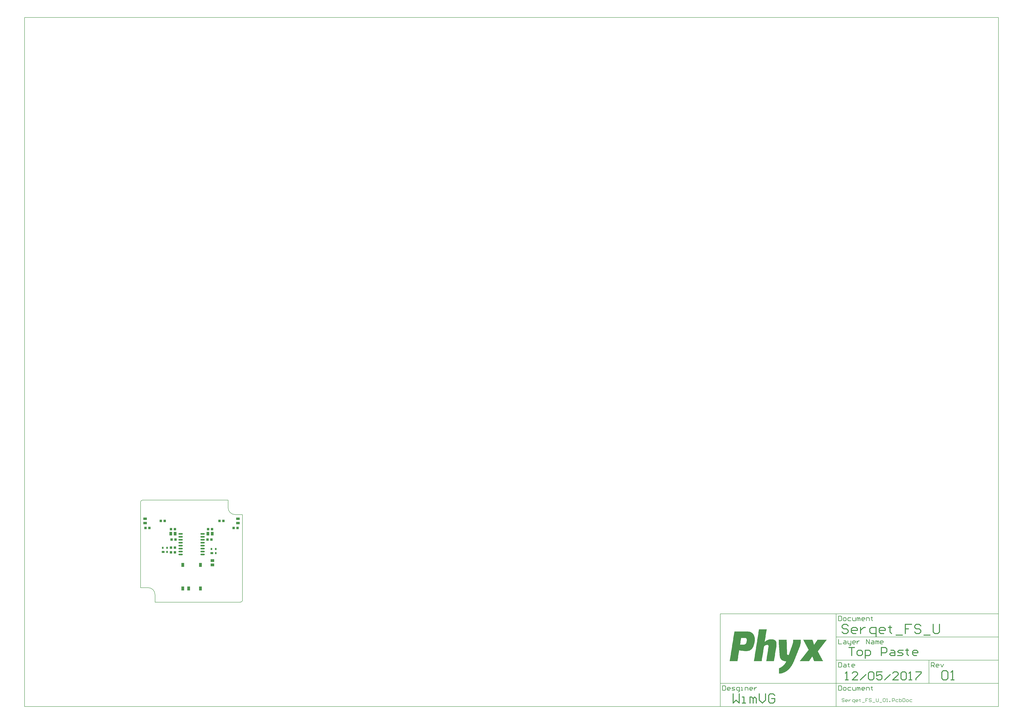
<source format=gtp>
G04 Layer_Color=8421504*
%FSLAX25Y25*%
%MOIN*%
G70*
G01*
G75*
%ADD10C,0.00787*%
%ADD13O,0.07480X0.02362*%
%ADD14R,0.05905X0.03937*%
%ADD15R,0.04331X0.03937*%
%ADD16R,0.05118X0.05905*%
%ADD17R,0.03150X0.03543*%
%ADD18R,0.04724X0.03543*%
%ADD19R,0.04724X0.07087*%
%ADD20R,0.05905X0.05118*%
%ADD21C,0.01575*%
%ADD22C,0.00591*%
%ADD23C,0.00984*%
G36*
X1034465Y-150646D02*
Y-150933D01*
Y-151219D01*
Y-151505D01*
Y-151791D01*
Y-152078D01*
Y-152364D01*
Y-152650D01*
Y-152937D01*
Y-153223D01*
Y-153509D01*
Y-153796D01*
Y-154082D01*
Y-154368D01*
Y-154655D01*
Y-154941D01*
Y-155227D01*
Y-155514D01*
Y-155800D01*
Y-156086D01*
Y-156372D01*
X1034179D01*
Y-156659D01*
Y-156945D01*
Y-157231D01*
Y-157518D01*
Y-157804D01*
X1033893D01*
Y-158090D01*
Y-158377D01*
Y-158663D01*
Y-158949D01*
X1033607D01*
Y-159236D01*
Y-159522D01*
Y-159808D01*
Y-160094D01*
X1033320D01*
Y-160381D01*
Y-160667D01*
Y-160953D01*
X1033034D01*
Y-161240D01*
Y-161526D01*
Y-161812D01*
X1032747D01*
Y-162099D01*
Y-162385D01*
Y-162671D01*
X1032461D01*
Y-162958D01*
Y-163244D01*
Y-163530D01*
X1032175D01*
Y-163816D01*
Y-164103D01*
X1031889D01*
Y-164389D01*
Y-164675D01*
X1031602D01*
Y-164962D01*
Y-165248D01*
Y-165534D01*
X1031316D01*
Y-165821D01*
Y-166107D01*
X1031030D01*
Y-166393D01*
Y-166680D01*
Y-166966D01*
X1030743D01*
Y-167252D01*
Y-167539D01*
X1030457D01*
Y-167825D01*
Y-168111D01*
Y-168398D01*
X1030171D01*
Y-168684D01*
Y-168970D01*
X1029884D01*
Y-169256D01*
Y-169543D01*
Y-169829D01*
X1029598D01*
Y-170115D01*
Y-170402D01*
X1029312D01*
Y-170688D01*
Y-170974D01*
Y-171261D01*
X1029025D01*
Y-171547D01*
Y-171833D01*
X1028739D01*
Y-172120D01*
Y-172406D01*
Y-172692D01*
X1028453D01*
Y-172978D01*
Y-173265D01*
X1028166D01*
Y-173551D01*
Y-173837D01*
Y-174124D01*
X1027880D01*
Y-174410D01*
Y-174696D01*
X1027594D01*
Y-174983D01*
Y-175269D01*
Y-175555D01*
X1027308D01*
Y-175842D01*
Y-176128D01*
X1027021D01*
Y-176414D01*
Y-176701D01*
Y-176987D01*
X1026735D01*
Y-177273D01*
Y-177560D01*
X1026449D01*
Y-177846D01*
Y-178132D01*
Y-178419D01*
X1026162D01*
Y-178705D01*
Y-178991D01*
X1025876D01*
Y-179277D01*
Y-179564D01*
Y-179850D01*
X1025590D01*
Y-180136D01*
Y-180423D01*
X1025303D01*
Y-180709D01*
Y-180995D01*
Y-181282D01*
X1025017D01*
Y-181568D01*
Y-181854D01*
X1024731D01*
Y-182141D01*
Y-182427D01*
Y-182713D01*
X1024444D01*
Y-183000D01*
Y-183286D01*
X1024158D01*
Y-183572D01*
Y-183858D01*
Y-184145D01*
X1023872D01*
Y-184431D01*
Y-184717D01*
X1023586D01*
Y-185004D01*
Y-185290D01*
Y-185576D01*
X1023299D01*
Y-185863D01*
Y-186149D01*
X1023013D01*
Y-186435D01*
Y-186722D01*
Y-187008D01*
X1022727D01*
Y-187294D01*
Y-187581D01*
X1022440D01*
Y-187867D01*
Y-188153D01*
X1022154D01*
Y-188439D01*
Y-188726D01*
X1021868D01*
Y-189012D01*
Y-189298D01*
Y-189585D01*
X1021581D01*
Y-189871D01*
X1021295D01*
Y-190157D01*
Y-190444D01*
Y-190730D01*
X1021009D01*
Y-191016D01*
X1020722D01*
Y-191303D01*
Y-191589D01*
X1020436D01*
Y-191875D01*
Y-192162D01*
X1020150D01*
Y-192448D01*
Y-192734D01*
X1019864D01*
Y-193020D01*
Y-193307D01*
X1019577D01*
Y-193593D01*
X1019291D01*
Y-193879D01*
Y-194166D01*
X1019005D01*
Y-194452D01*
Y-194738D01*
X1018718D01*
Y-195025D01*
X1018432D01*
Y-195311D01*
X1018146D01*
Y-195597D01*
Y-195884D01*
X1017859D01*
Y-196170D01*
X1017573D01*
Y-196456D01*
Y-196742D01*
X1017287D01*
Y-197029D01*
X1017000D01*
Y-197315D01*
X1016714D01*
Y-197601D01*
Y-197888D01*
X1016428D01*
Y-198174D01*
X1016141D01*
Y-198460D01*
X1015855D01*
Y-198747D01*
X1015569D01*
Y-199033D01*
X1015283D01*
Y-199319D01*
Y-199606D01*
X1014996D01*
Y-199892D01*
X1014710D01*
Y-200178D01*
X1014423D01*
Y-200465D01*
X1014137D01*
Y-200751D01*
X1013851D01*
Y-201037D01*
X1013565D01*
Y-201324D01*
X1013278D01*
Y-201610D01*
X1012706D01*
Y-201896D01*
X1012419D01*
Y-202183D01*
X1012133D01*
Y-202469D01*
X1011847D01*
Y-202755D01*
X1011560D01*
Y-203041D01*
X1010988D01*
Y-203328D01*
X1010701D01*
Y-203614D01*
X1010129D01*
Y-203900D01*
X1009842D01*
Y-204187D01*
X1009270D01*
Y-204473D01*
X1008984D01*
Y-204759D01*
X1008411D01*
Y-205046D01*
X1007838D01*
Y-205332D01*
X1007266D01*
Y-205618D01*
X1006693D01*
Y-205905D01*
X1006120D01*
Y-206191D01*
X1005262D01*
Y-206477D01*
X1004689D01*
Y-206764D01*
X1003830D01*
Y-207050D01*
X1002685D01*
Y-207336D01*
X1001539D01*
Y-207622D01*
X999822D01*
Y-207909D01*
X997817D01*
Y-208195D01*
X997531D01*
Y-207909D01*
Y-207622D01*
Y-207336D01*
Y-207050D01*
Y-206764D01*
Y-206477D01*
Y-206191D01*
Y-205905D01*
Y-205618D01*
Y-205332D01*
Y-205046D01*
Y-204759D01*
Y-204473D01*
Y-204187D01*
Y-203900D01*
Y-203614D01*
Y-203328D01*
Y-203041D01*
Y-202755D01*
Y-202469D01*
Y-202183D01*
Y-201896D01*
Y-201610D01*
Y-201324D01*
Y-201037D01*
Y-200751D01*
Y-200465D01*
Y-200178D01*
Y-199892D01*
Y-199606D01*
Y-199319D01*
Y-199033D01*
Y-198747D01*
X998104D01*
Y-198460D01*
X998676D01*
Y-198174D01*
X999249D01*
Y-197888D01*
X999822D01*
Y-197601D01*
X1000394D01*
Y-197315D01*
X1000967D01*
Y-197029D01*
X1001253D01*
Y-196742D01*
X1001826D01*
Y-196456D01*
X1002112D01*
Y-196170D01*
X1002685D01*
Y-195884D01*
X1002971D01*
Y-195597D01*
X1003257D01*
Y-195311D01*
X1003830D01*
Y-195025D01*
X1004116D01*
Y-194738D01*
X1004403D01*
Y-194452D01*
X1004689D01*
Y-194166D01*
X1004975D01*
Y-193879D01*
X1005262D01*
Y-193593D01*
X1005548D01*
Y-193307D01*
X1005834D01*
Y-193020D01*
X1006120D01*
Y-192734D01*
X1006407D01*
Y-192448D01*
X1006693D01*
Y-192162D01*
X1006979D01*
Y-191875D01*
Y-191589D01*
X1007266D01*
Y-191303D01*
X1007552D01*
Y-191016D01*
X1007838D01*
Y-190730D01*
Y-190444D01*
X1008125D01*
Y-190157D01*
X1008411D01*
Y-189871D01*
Y-189585D01*
X1008697D01*
Y-189298D01*
Y-189012D01*
X1008984D01*
Y-188726D01*
X1009270D01*
Y-188439D01*
Y-188153D01*
X1009556D01*
Y-187867D01*
Y-187581D01*
X1009842D01*
Y-187294D01*
Y-187008D01*
X1008125D01*
Y-186722D01*
X1006120D01*
Y-186435D01*
X1004975D01*
Y-186149D01*
X1004403D01*
Y-185863D01*
X1003544D01*
Y-185576D01*
X1002971D01*
Y-185290D01*
X1002685D01*
Y-185004D01*
X1002112D01*
Y-184717D01*
X1001826D01*
Y-184431D01*
X1001539D01*
Y-184145D01*
X1001253D01*
Y-183858D01*
X1000967D01*
Y-183572D01*
X1000681D01*
Y-183286D01*
Y-183000D01*
X1000394D01*
Y-182713D01*
X1000108D01*
Y-182427D01*
Y-182141D01*
X999822D01*
Y-181854D01*
Y-181568D01*
X999535D01*
Y-181282D01*
Y-180995D01*
X999249D01*
Y-180709D01*
Y-180423D01*
Y-180136D01*
X998963D01*
Y-179850D01*
Y-179564D01*
Y-179277D01*
Y-178991D01*
X998676D01*
Y-178705D01*
Y-178419D01*
Y-178132D01*
Y-177846D01*
Y-177560D01*
Y-177273D01*
Y-176987D01*
X998390D01*
Y-176701D01*
Y-176414D01*
Y-176128D01*
Y-175842D01*
Y-175555D01*
Y-175269D01*
Y-174983D01*
Y-174696D01*
Y-174410D01*
Y-174124D01*
Y-173837D01*
Y-173551D01*
Y-173265D01*
Y-172978D01*
Y-172692D01*
X998104D01*
Y-172406D01*
Y-172120D01*
Y-171833D01*
Y-171547D01*
Y-171261D01*
Y-170974D01*
Y-170688D01*
Y-170402D01*
Y-170115D01*
Y-169829D01*
Y-169543D01*
Y-169256D01*
Y-168970D01*
Y-168684D01*
Y-168398D01*
X997817D01*
Y-168111D01*
Y-167825D01*
Y-167539D01*
Y-167252D01*
Y-166966D01*
Y-166680D01*
Y-166393D01*
Y-166107D01*
Y-165821D01*
Y-165534D01*
Y-165248D01*
Y-164962D01*
Y-164675D01*
Y-164389D01*
Y-164103D01*
Y-163816D01*
X997531D01*
Y-163530D01*
Y-163244D01*
Y-162958D01*
Y-162671D01*
Y-162385D01*
Y-162099D01*
Y-161812D01*
Y-161526D01*
Y-161240D01*
Y-160953D01*
Y-160667D01*
Y-160381D01*
Y-160094D01*
Y-159808D01*
Y-159522D01*
Y-159236D01*
X997245D01*
Y-158949D01*
Y-158663D01*
Y-158377D01*
Y-158090D01*
Y-157804D01*
Y-157518D01*
Y-157231D01*
Y-156945D01*
Y-156659D01*
Y-156372D01*
Y-156086D01*
Y-155800D01*
Y-155514D01*
Y-155227D01*
X996958D01*
Y-154941D01*
Y-154655D01*
Y-154368D01*
Y-154082D01*
Y-153796D01*
Y-153509D01*
Y-153223D01*
Y-152937D01*
Y-152650D01*
Y-152364D01*
Y-152078D01*
Y-151791D01*
Y-151505D01*
Y-151219D01*
Y-150933D01*
Y-150646D01*
X996672D01*
Y-150360D01*
X1010415D01*
Y-150646D01*
Y-150933D01*
Y-151219D01*
Y-151505D01*
Y-151791D01*
Y-152078D01*
Y-152364D01*
Y-152650D01*
Y-152937D01*
Y-153223D01*
Y-153509D01*
Y-153796D01*
Y-154082D01*
Y-154368D01*
X1010701D01*
Y-154655D01*
Y-154941D01*
Y-155227D01*
Y-155514D01*
Y-155800D01*
Y-156086D01*
Y-156372D01*
Y-156659D01*
Y-156945D01*
Y-157231D01*
Y-157518D01*
Y-157804D01*
Y-158090D01*
Y-158377D01*
Y-158663D01*
Y-158949D01*
Y-159236D01*
Y-159522D01*
Y-159808D01*
Y-160094D01*
Y-160381D01*
Y-160667D01*
Y-160953D01*
Y-161240D01*
Y-161526D01*
Y-161812D01*
Y-162099D01*
Y-162385D01*
Y-162671D01*
Y-162958D01*
Y-163244D01*
Y-163530D01*
Y-163816D01*
Y-164103D01*
Y-164389D01*
Y-164675D01*
Y-164962D01*
Y-165248D01*
Y-165534D01*
Y-165821D01*
Y-166107D01*
X1010988D01*
Y-166393D01*
X1010701D01*
Y-166680D01*
Y-166966D01*
X1010988D01*
Y-167252D01*
Y-167539D01*
Y-167825D01*
Y-168111D01*
Y-168398D01*
Y-168684D01*
Y-168970D01*
Y-169256D01*
Y-169543D01*
Y-169829D01*
Y-170115D01*
Y-170402D01*
Y-170688D01*
Y-170974D01*
Y-171261D01*
Y-171547D01*
Y-171833D01*
Y-172120D01*
Y-172406D01*
Y-172692D01*
Y-172978D01*
Y-173265D01*
Y-173551D01*
Y-173837D01*
Y-174124D01*
Y-174410D01*
X1011274D01*
Y-174696D01*
Y-174983D01*
Y-175269D01*
X1011560D01*
Y-175555D01*
X1011847D01*
Y-175842D01*
X1012133D01*
Y-176128D01*
X1012992D01*
Y-176414D01*
X1013851D01*
Y-176128D01*
X1014137D01*
Y-175842D01*
Y-175555D01*
Y-175269D01*
X1014423D01*
Y-174983D01*
Y-174696D01*
X1014710D01*
Y-174410D01*
Y-174124D01*
Y-173837D01*
X1014996D01*
Y-173551D01*
Y-173265D01*
Y-172978D01*
X1015283D01*
Y-172692D01*
Y-172406D01*
Y-172120D01*
X1015569D01*
Y-171833D01*
Y-171547D01*
Y-171261D01*
X1015855D01*
Y-170974D01*
Y-170688D01*
X1016141D01*
Y-170402D01*
Y-170115D01*
Y-169829D01*
X1016428D01*
Y-169543D01*
Y-169256D01*
Y-168970D01*
X1016714D01*
Y-168684D01*
Y-168398D01*
Y-168111D01*
X1017000D01*
Y-167825D01*
Y-167539D01*
X1017287D01*
Y-167252D01*
Y-166966D01*
Y-166680D01*
X1017573D01*
Y-166393D01*
Y-166107D01*
Y-165821D01*
X1017859D01*
Y-165534D01*
Y-165248D01*
Y-164962D01*
X1018146D01*
Y-164675D01*
Y-164389D01*
X1018432D01*
Y-164103D01*
Y-163816D01*
Y-163530D01*
X1018718D01*
Y-163244D01*
Y-162958D01*
Y-162671D01*
X1019005D01*
Y-162385D01*
Y-162099D01*
Y-161812D01*
X1019291D01*
Y-161526D01*
Y-161240D01*
X1019577D01*
Y-160953D01*
Y-160667D01*
Y-160381D01*
X1019864D01*
Y-160094D01*
Y-159808D01*
Y-159522D01*
X1020150D01*
Y-159236D01*
Y-158949D01*
Y-158663D01*
X1020436D01*
Y-158377D01*
Y-158090D01*
Y-157804D01*
Y-157518D01*
X1020722D01*
Y-157231D01*
Y-156945D01*
Y-156659D01*
Y-156372D01*
X1021009D01*
Y-156086D01*
Y-155800D01*
Y-155514D01*
Y-155227D01*
Y-154941D01*
X1021295D01*
Y-154655D01*
Y-154368D01*
Y-154082D01*
Y-153796D01*
Y-153509D01*
Y-153223D01*
X1021581D01*
Y-152937D01*
Y-152650D01*
Y-152364D01*
Y-152078D01*
Y-151791D01*
Y-151505D01*
Y-151219D01*
Y-150933D01*
Y-150646D01*
Y-150360D01*
X1034465D01*
Y-150646D01*
D02*
G37*
G36*
X976630Y-133181D02*
Y-133467D01*
X976344D01*
Y-133754D01*
Y-134040D01*
Y-134326D01*
Y-134613D01*
Y-134899D01*
Y-135185D01*
X976058D01*
Y-135472D01*
Y-135758D01*
Y-136044D01*
Y-136330D01*
Y-136617D01*
Y-136903D01*
X975771D01*
Y-137189D01*
Y-137476D01*
Y-137762D01*
Y-138048D01*
Y-138335D01*
Y-138621D01*
Y-138907D01*
X975485D01*
Y-139194D01*
Y-139480D01*
Y-139766D01*
Y-140053D01*
Y-140339D01*
Y-140625D01*
X975199D01*
Y-140911D01*
Y-141198D01*
Y-141484D01*
Y-141771D01*
Y-142057D01*
Y-142343D01*
X974912D01*
Y-142629D01*
Y-142916D01*
Y-143202D01*
Y-143488D01*
Y-143775D01*
Y-144061D01*
Y-144347D01*
X974626D01*
Y-144634D01*
Y-144920D01*
Y-145206D01*
Y-145492D01*
Y-145779D01*
Y-146065D01*
X974340D01*
Y-146352D01*
Y-146638D01*
Y-146924D01*
Y-147210D01*
Y-147497D01*
Y-147783D01*
X974053D01*
Y-148069D01*
Y-148356D01*
Y-148642D01*
Y-148928D01*
Y-149215D01*
Y-149501D01*
X973767D01*
Y-149787D01*
Y-150074D01*
Y-150360D01*
Y-150646D01*
Y-150933D01*
Y-151219D01*
Y-151505D01*
X973481D01*
Y-151791D01*
Y-152078D01*
Y-152364D01*
Y-152650D01*
Y-152937D01*
Y-153223D01*
X973195D01*
Y-153509D01*
Y-153796D01*
X973767D01*
Y-153509D01*
X974053D01*
Y-153223D01*
X974340D01*
Y-152937D01*
X974912D01*
Y-152650D01*
X975199D01*
Y-152364D01*
X975485D01*
Y-152078D01*
X976058D01*
Y-151791D01*
X976630D01*
Y-151505D01*
X976917D01*
Y-151219D01*
X977489D01*
Y-150933D01*
X978348D01*
Y-150646D01*
X978921D01*
Y-150360D01*
X979780D01*
Y-150074D01*
X981211D01*
Y-149787D01*
X987510D01*
Y-150074D01*
X988655D01*
Y-150360D01*
X989514D01*
Y-150646D01*
X990087D01*
Y-150933D01*
X990373D01*
Y-151219D01*
X990946D01*
Y-151505D01*
X991232D01*
Y-151791D01*
X991518D01*
Y-152078D01*
X991805D01*
Y-152364D01*
X992091D01*
Y-152650D01*
Y-152937D01*
X992377D01*
Y-153223D01*
Y-153509D01*
X992664D01*
Y-153796D01*
Y-154082D01*
Y-154368D01*
X992950D01*
Y-154655D01*
Y-154941D01*
Y-155227D01*
Y-155514D01*
X993236D01*
Y-155800D01*
Y-156086D01*
Y-156372D01*
Y-156659D01*
Y-156945D01*
Y-157231D01*
Y-157518D01*
Y-157804D01*
Y-158090D01*
Y-158377D01*
Y-158663D01*
Y-158949D01*
Y-159236D01*
Y-159522D01*
Y-159808D01*
Y-160094D01*
Y-160381D01*
Y-160667D01*
X992950D01*
Y-160953D01*
Y-161240D01*
Y-161526D01*
Y-161812D01*
Y-162099D01*
Y-162385D01*
Y-162671D01*
X992664D01*
Y-162958D01*
Y-163244D01*
Y-163530D01*
Y-163816D01*
Y-164103D01*
Y-164389D01*
Y-164675D01*
X992377D01*
Y-164962D01*
Y-165248D01*
Y-165534D01*
Y-165821D01*
Y-166107D01*
Y-166393D01*
X992091D01*
Y-166680D01*
Y-166966D01*
Y-167252D01*
Y-167539D01*
Y-167825D01*
Y-168111D01*
X991805D01*
Y-168398D01*
Y-168684D01*
Y-168970D01*
Y-169256D01*
Y-169543D01*
Y-169829D01*
X991518D01*
Y-170115D01*
Y-170402D01*
Y-170688D01*
Y-170974D01*
Y-171261D01*
Y-171547D01*
Y-171833D01*
X991232D01*
Y-172120D01*
Y-172406D01*
Y-172692D01*
Y-172978D01*
Y-173265D01*
Y-173551D01*
X990946D01*
Y-173837D01*
Y-174124D01*
Y-174410D01*
Y-174696D01*
Y-174983D01*
Y-175269D01*
X990660D01*
Y-175555D01*
Y-175842D01*
Y-176128D01*
Y-176414D01*
Y-176701D01*
Y-176987D01*
Y-177273D01*
X990373D01*
Y-177560D01*
Y-177846D01*
Y-178132D01*
Y-178419D01*
Y-178705D01*
Y-178991D01*
X990087D01*
Y-179277D01*
Y-179564D01*
Y-179850D01*
Y-180136D01*
Y-180423D01*
Y-180709D01*
X989801D01*
Y-180995D01*
Y-181282D01*
Y-181568D01*
Y-181854D01*
Y-182141D01*
Y-182427D01*
X989514D01*
Y-182713D01*
Y-183000D01*
Y-183286D01*
Y-183572D01*
Y-183858D01*
Y-184145D01*
Y-184431D01*
X989228D01*
Y-184717D01*
Y-185004D01*
Y-185290D01*
Y-185576D01*
Y-185863D01*
Y-186149D01*
X988942D01*
Y-186435D01*
Y-186722D01*
X975771D01*
Y-186435D01*
Y-186149D01*
X976058D01*
Y-185863D01*
Y-185576D01*
Y-185290D01*
Y-185004D01*
Y-184717D01*
Y-184431D01*
X976344D01*
Y-184145D01*
Y-183858D01*
Y-183572D01*
Y-183286D01*
Y-183000D01*
Y-182713D01*
Y-182427D01*
X976630D01*
Y-182141D01*
Y-181854D01*
Y-181568D01*
Y-181282D01*
Y-180995D01*
Y-180709D01*
X976917D01*
Y-180423D01*
Y-180136D01*
Y-179850D01*
Y-179564D01*
Y-179277D01*
Y-178991D01*
X977203D01*
Y-178705D01*
Y-178419D01*
Y-178132D01*
Y-177846D01*
Y-177560D01*
Y-177273D01*
Y-176987D01*
X977489D01*
Y-176701D01*
Y-176414D01*
Y-176128D01*
Y-175842D01*
Y-175555D01*
Y-175269D01*
X977775D01*
Y-174983D01*
Y-174696D01*
Y-174410D01*
Y-174124D01*
Y-173837D01*
Y-173551D01*
Y-173265D01*
X978062D01*
Y-172978D01*
Y-172692D01*
Y-172406D01*
Y-172120D01*
Y-171833D01*
Y-171547D01*
X978348D01*
Y-171261D01*
Y-170974D01*
Y-170688D01*
Y-170402D01*
Y-170115D01*
Y-169829D01*
X978634D01*
Y-169543D01*
Y-169256D01*
Y-168970D01*
Y-168684D01*
Y-168398D01*
Y-168111D01*
X978921D01*
Y-167825D01*
Y-167539D01*
Y-167252D01*
Y-166966D01*
Y-166680D01*
Y-166393D01*
Y-166107D01*
X979207D01*
Y-165821D01*
Y-165534D01*
Y-165248D01*
Y-164962D01*
Y-164675D01*
Y-164389D01*
X979493D01*
Y-164103D01*
Y-163816D01*
Y-163530D01*
Y-163244D01*
Y-162958D01*
Y-162671D01*
Y-162385D01*
X979780D01*
Y-162099D01*
Y-161812D01*
Y-161526D01*
Y-161240D01*
Y-160953D01*
Y-160667D01*
X979493D01*
Y-160381D01*
Y-160094D01*
X979207D01*
Y-159808D01*
X978921D01*
Y-159522D01*
X978348D01*
Y-159236D01*
X976630D01*
Y-159522D01*
X975199D01*
Y-159808D01*
X974340D01*
Y-160094D01*
X973767D01*
Y-160381D01*
X973481D01*
Y-160667D01*
X972908D01*
Y-160953D01*
X972622D01*
Y-161240D01*
X972336D01*
Y-161526D01*
Y-161812D01*
X972049D01*
Y-162099D01*
Y-162385D01*
Y-162671D01*
X971763D01*
Y-162958D01*
Y-163244D01*
Y-163530D01*
Y-163816D01*
Y-164103D01*
Y-164389D01*
X971477D01*
Y-164675D01*
Y-164962D01*
Y-165248D01*
Y-165534D01*
Y-165821D01*
Y-166107D01*
Y-166393D01*
X971190D01*
Y-166680D01*
Y-166966D01*
Y-167252D01*
Y-167539D01*
Y-167825D01*
Y-168111D01*
X970904D01*
Y-168398D01*
Y-168684D01*
Y-168970D01*
Y-169256D01*
Y-169543D01*
Y-169829D01*
X970618D01*
Y-170115D01*
Y-170402D01*
Y-170688D01*
Y-170974D01*
Y-171261D01*
Y-171547D01*
X970331D01*
Y-171833D01*
Y-172120D01*
Y-172406D01*
Y-172692D01*
Y-172978D01*
Y-173265D01*
Y-173551D01*
X970045D01*
Y-173837D01*
Y-174124D01*
Y-174410D01*
Y-174696D01*
Y-174983D01*
Y-175269D01*
X969759D01*
Y-175555D01*
Y-175842D01*
Y-176128D01*
Y-176414D01*
Y-176701D01*
Y-176987D01*
X969472D01*
Y-177273D01*
Y-177560D01*
Y-177846D01*
Y-178132D01*
Y-178419D01*
Y-178705D01*
Y-178991D01*
X969186D01*
Y-179277D01*
Y-179564D01*
Y-179850D01*
Y-180136D01*
Y-180423D01*
Y-180709D01*
X968900D01*
Y-180995D01*
Y-181282D01*
Y-181568D01*
Y-181854D01*
Y-182141D01*
Y-182427D01*
X968614D01*
Y-182713D01*
Y-183000D01*
Y-183286D01*
Y-183572D01*
Y-183858D01*
Y-184145D01*
X968327D01*
Y-184431D01*
Y-184717D01*
Y-185004D01*
Y-185290D01*
Y-185576D01*
Y-185863D01*
Y-186149D01*
X968041D01*
Y-186435D01*
Y-186722D01*
X954870D01*
Y-186435D01*
Y-186149D01*
X955157D01*
Y-185863D01*
Y-185576D01*
Y-185290D01*
Y-185004D01*
Y-184717D01*
Y-184431D01*
Y-184145D01*
X955443D01*
Y-183858D01*
Y-183572D01*
Y-183286D01*
Y-183000D01*
Y-182713D01*
Y-182427D01*
X955729D01*
Y-182141D01*
Y-181854D01*
Y-181568D01*
Y-181282D01*
Y-180995D01*
Y-180709D01*
X956016D01*
Y-180423D01*
Y-180136D01*
Y-179850D01*
Y-179564D01*
Y-179277D01*
Y-178991D01*
Y-178705D01*
X956302D01*
Y-178419D01*
Y-178132D01*
Y-177846D01*
Y-177560D01*
Y-177273D01*
Y-176987D01*
X956588D01*
Y-176701D01*
Y-176414D01*
Y-176128D01*
Y-175842D01*
Y-175555D01*
Y-175269D01*
X956875D01*
Y-174983D01*
Y-174696D01*
Y-174410D01*
Y-174124D01*
Y-173837D01*
Y-173551D01*
X957161D01*
Y-173265D01*
Y-172978D01*
Y-172692D01*
Y-172406D01*
Y-172120D01*
Y-171833D01*
Y-171547D01*
X957447D01*
Y-171261D01*
Y-170974D01*
Y-170688D01*
Y-170402D01*
Y-170115D01*
Y-169829D01*
X957734D01*
Y-169543D01*
Y-169256D01*
Y-168970D01*
Y-168684D01*
Y-168398D01*
Y-168111D01*
X958020D01*
Y-167825D01*
Y-167539D01*
Y-167252D01*
Y-166966D01*
Y-166680D01*
Y-166393D01*
Y-166107D01*
X958306D01*
Y-165821D01*
Y-165534D01*
Y-165248D01*
Y-164962D01*
Y-164675D01*
Y-164389D01*
X958593D01*
Y-164103D01*
Y-163816D01*
Y-163530D01*
Y-163244D01*
Y-162958D01*
Y-162671D01*
X958879D01*
Y-162385D01*
Y-162099D01*
Y-161812D01*
Y-161526D01*
Y-161240D01*
Y-160953D01*
X959165D01*
Y-160667D01*
Y-160381D01*
Y-160094D01*
Y-159808D01*
Y-159522D01*
Y-159236D01*
Y-158949D01*
X959451D01*
Y-158663D01*
Y-158377D01*
Y-158090D01*
Y-157804D01*
Y-157518D01*
Y-157231D01*
X959738D01*
Y-156945D01*
Y-156659D01*
Y-156372D01*
Y-156086D01*
Y-155800D01*
Y-155514D01*
X960024D01*
Y-155227D01*
Y-154941D01*
Y-154655D01*
Y-154368D01*
Y-154082D01*
Y-153796D01*
X960310D01*
Y-153509D01*
Y-153223D01*
Y-152937D01*
Y-152650D01*
Y-152364D01*
Y-152078D01*
Y-151791D01*
X960597D01*
Y-151505D01*
Y-151219D01*
Y-150933D01*
Y-150646D01*
Y-150360D01*
Y-150074D01*
X960883D01*
Y-149787D01*
Y-149501D01*
Y-149215D01*
Y-148928D01*
Y-148642D01*
Y-148356D01*
X961169D01*
Y-148069D01*
Y-147783D01*
Y-147497D01*
Y-147210D01*
Y-146924D01*
Y-146638D01*
Y-146352D01*
X961456D01*
Y-146065D01*
Y-145779D01*
Y-145492D01*
Y-145206D01*
Y-144920D01*
Y-144634D01*
X961742D01*
Y-144347D01*
Y-144061D01*
Y-143775D01*
Y-143488D01*
Y-143202D01*
Y-142916D01*
X962028D01*
Y-142629D01*
Y-142343D01*
Y-142057D01*
Y-141771D01*
Y-141484D01*
Y-141198D01*
X962315D01*
Y-140911D01*
Y-140625D01*
Y-140339D01*
Y-140053D01*
Y-139766D01*
Y-139480D01*
Y-139194D01*
X962601D01*
Y-138907D01*
Y-138621D01*
Y-138335D01*
Y-138048D01*
Y-137762D01*
Y-137476D01*
X962887D01*
Y-137189D01*
Y-136903D01*
Y-136617D01*
Y-136330D01*
Y-136044D01*
Y-135758D01*
X963173D01*
Y-135472D01*
Y-135185D01*
Y-134899D01*
Y-134613D01*
Y-134326D01*
Y-134040D01*
Y-133754D01*
X963460D01*
Y-133467D01*
Y-133181D01*
Y-132895D01*
X976630D01*
Y-133181D01*
D02*
G37*
G36*
X945422Y-136617D02*
X947140D01*
Y-136903D01*
X947999D01*
Y-137189D01*
X948858D01*
Y-137476D01*
X949717D01*
Y-137762D01*
X950289D01*
Y-138048D01*
X950576D01*
Y-138335D01*
X951148D01*
Y-138621D01*
X951435D01*
Y-138907D01*
X952007D01*
Y-139194D01*
X952294D01*
Y-139480D01*
X952580D01*
Y-139766D01*
X952866D01*
Y-140053D01*
X953153D01*
Y-140339D01*
X953439D01*
Y-140625D01*
X953725D01*
Y-140911D01*
Y-141198D01*
X954012D01*
Y-141484D01*
X954298D01*
Y-141771D01*
Y-142057D01*
X954584D01*
Y-142343D01*
X954870D01*
Y-142629D01*
Y-142916D01*
X955157D01*
Y-143202D01*
Y-143488D01*
Y-143775D01*
X955443D01*
Y-144061D01*
Y-144347D01*
Y-144634D01*
X955729D01*
Y-144920D01*
Y-145206D01*
Y-145492D01*
Y-145779D01*
X956016D01*
Y-146065D01*
Y-146352D01*
Y-146638D01*
Y-146924D01*
Y-147210D01*
X956302D01*
Y-147497D01*
Y-147783D01*
Y-148069D01*
Y-148356D01*
Y-148642D01*
Y-148928D01*
Y-149215D01*
Y-149501D01*
Y-149787D01*
Y-150074D01*
Y-150360D01*
Y-150646D01*
Y-150933D01*
Y-151219D01*
Y-151505D01*
Y-151791D01*
Y-152078D01*
Y-152364D01*
Y-152650D01*
Y-152937D01*
X956016D01*
Y-153223D01*
Y-153509D01*
Y-153796D01*
Y-154082D01*
Y-154368D01*
Y-154655D01*
Y-154941D01*
X955729D01*
Y-155227D01*
Y-155514D01*
Y-155800D01*
Y-156086D01*
Y-156372D01*
X955443D01*
Y-156659D01*
Y-156945D01*
Y-157231D01*
Y-157518D01*
Y-157804D01*
X955157D01*
Y-158090D01*
Y-158377D01*
Y-158663D01*
X954870D01*
Y-158949D01*
Y-159236D01*
Y-159522D01*
Y-159808D01*
X954584D01*
Y-160094D01*
Y-160381D01*
Y-160667D01*
X954298D01*
Y-160953D01*
Y-161240D01*
X954012D01*
Y-161526D01*
Y-161812D01*
Y-162099D01*
X953725D01*
Y-162385D01*
Y-162671D01*
X953439D01*
Y-162958D01*
Y-163244D01*
X953153D01*
Y-163530D01*
Y-163816D01*
X952866D01*
Y-164103D01*
X952580D01*
Y-164389D01*
Y-164675D01*
X952294D01*
Y-164962D01*
X952007D01*
Y-165248D01*
X951721D01*
Y-165534D01*
Y-165821D01*
X951435D01*
Y-166107D01*
X951148D01*
Y-166393D01*
X950862D01*
Y-166680D01*
X950576D01*
Y-166966D01*
X950289D01*
Y-167252D01*
X949717D01*
Y-167539D01*
X949430D01*
Y-167825D01*
X948858D01*
Y-168111D01*
X948572D01*
Y-168398D01*
X947999D01*
Y-168684D01*
X947140D01*
Y-168970D01*
X946281D01*
Y-169256D01*
X945422D01*
Y-169543D01*
X943704D01*
Y-169829D01*
X938551D01*
Y-169543D01*
X935974D01*
Y-169256D01*
X933970D01*
Y-168970D01*
X932538D01*
Y-168684D01*
X931106D01*
Y-168398D01*
X929675D01*
Y-168684D01*
Y-168970D01*
Y-169256D01*
Y-169543D01*
Y-169829D01*
Y-170115D01*
Y-170402D01*
X929389D01*
Y-170688D01*
Y-170974D01*
Y-171261D01*
Y-171547D01*
Y-171833D01*
Y-172120D01*
X929102D01*
Y-172406D01*
Y-172692D01*
Y-172978D01*
Y-173265D01*
Y-173551D01*
Y-173837D01*
X928816D01*
Y-174124D01*
Y-174410D01*
Y-174696D01*
Y-174983D01*
Y-175269D01*
Y-175555D01*
Y-175842D01*
X928530D01*
Y-176128D01*
Y-176414D01*
Y-176701D01*
Y-176987D01*
Y-177273D01*
Y-177560D01*
X928243D01*
Y-177846D01*
Y-178132D01*
Y-178419D01*
Y-178705D01*
Y-178991D01*
Y-179277D01*
X927957D01*
Y-179564D01*
Y-179850D01*
Y-180136D01*
Y-180423D01*
Y-180709D01*
Y-180995D01*
Y-181282D01*
X927671D01*
Y-181568D01*
Y-181854D01*
Y-182141D01*
Y-182427D01*
Y-182713D01*
Y-183000D01*
X927384D01*
Y-183286D01*
Y-183572D01*
Y-183858D01*
Y-184145D01*
Y-184431D01*
Y-184717D01*
X927098D01*
Y-185004D01*
Y-185290D01*
Y-185576D01*
Y-185863D01*
Y-186149D01*
Y-186435D01*
Y-186722D01*
X913641D01*
Y-186435D01*
X913928D01*
Y-186149D01*
Y-185863D01*
Y-185576D01*
Y-185290D01*
Y-185004D01*
X914214D01*
Y-184717D01*
Y-184431D01*
Y-184145D01*
Y-183858D01*
Y-183572D01*
Y-183286D01*
Y-183000D01*
X914500D01*
Y-182713D01*
Y-182427D01*
Y-182141D01*
Y-181854D01*
Y-181568D01*
Y-181282D01*
X914787D01*
Y-180995D01*
Y-180709D01*
Y-180423D01*
Y-180136D01*
Y-179850D01*
Y-179564D01*
X915073D01*
Y-179277D01*
Y-178991D01*
Y-178705D01*
Y-178419D01*
Y-178132D01*
Y-177846D01*
Y-177560D01*
X915359D01*
Y-177273D01*
Y-176987D01*
Y-176701D01*
Y-176414D01*
Y-176128D01*
Y-175842D01*
X915646D01*
Y-175555D01*
Y-175269D01*
Y-174983D01*
Y-174696D01*
Y-174410D01*
Y-174124D01*
X915932D01*
Y-173837D01*
Y-173551D01*
Y-173265D01*
Y-172978D01*
Y-172692D01*
Y-172406D01*
X916218D01*
Y-172120D01*
Y-171833D01*
Y-171547D01*
Y-171261D01*
Y-170974D01*
Y-170688D01*
Y-170402D01*
X916504D01*
Y-170115D01*
Y-169829D01*
Y-169543D01*
Y-169256D01*
Y-168970D01*
Y-168684D01*
X916791D01*
Y-168398D01*
Y-168111D01*
Y-167825D01*
Y-167539D01*
Y-167252D01*
Y-166966D01*
X917077D01*
Y-166680D01*
Y-166393D01*
Y-166107D01*
Y-165821D01*
Y-165534D01*
Y-165248D01*
X917363D01*
Y-164962D01*
Y-164675D01*
Y-164389D01*
Y-164103D01*
Y-163816D01*
Y-163530D01*
Y-163244D01*
X917650D01*
Y-162958D01*
Y-162671D01*
Y-162385D01*
Y-162099D01*
Y-161812D01*
Y-161526D01*
X917936D01*
Y-161240D01*
Y-160953D01*
Y-160667D01*
Y-160381D01*
Y-160094D01*
Y-159808D01*
X918222D01*
Y-159522D01*
Y-159236D01*
Y-158949D01*
Y-158663D01*
Y-158377D01*
Y-158090D01*
Y-157804D01*
X918509D01*
Y-157518D01*
Y-157231D01*
Y-156945D01*
Y-156659D01*
Y-156372D01*
Y-156086D01*
X918795D01*
Y-155800D01*
Y-155514D01*
Y-155227D01*
Y-154941D01*
Y-154655D01*
Y-154368D01*
X919081D01*
Y-154082D01*
Y-153796D01*
Y-153509D01*
Y-153223D01*
Y-152937D01*
Y-152650D01*
X919368D01*
Y-152364D01*
Y-152078D01*
Y-151791D01*
Y-151505D01*
Y-151219D01*
Y-150933D01*
Y-150646D01*
X919654D01*
Y-150360D01*
Y-150074D01*
Y-149787D01*
Y-149501D01*
Y-149215D01*
Y-148928D01*
X919940D01*
Y-148642D01*
Y-148356D01*
Y-148069D01*
Y-147783D01*
Y-147497D01*
Y-147210D01*
X920227D01*
Y-146924D01*
Y-146638D01*
Y-146352D01*
Y-146065D01*
Y-145779D01*
Y-145492D01*
Y-145206D01*
X920513D01*
Y-144920D01*
Y-144634D01*
Y-144347D01*
Y-144061D01*
Y-143775D01*
Y-143488D01*
X920799D01*
Y-143202D01*
Y-142916D01*
Y-142629D01*
Y-142343D01*
Y-142057D01*
Y-141771D01*
X921085D01*
Y-141484D01*
Y-141198D01*
Y-140911D01*
Y-140625D01*
Y-140339D01*
Y-140053D01*
Y-139766D01*
X921372D01*
Y-139480D01*
Y-139194D01*
Y-138907D01*
Y-138621D01*
Y-138335D01*
Y-138048D01*
X921658D01*
Y-137762D01*
Y-137476D01*
Y-137189D01*
Y-136903D01*
Y-136617D01*
Y-136330D01*
X945422D01*
Y-136617D01*
D02*
G37*
G36*
X1078558Y-150646D02*
X1078271D01*
Y-150933D01*
X1077985D01*
Y-151219D01*
Y-151505D01*
X1077699D01*
Y-151791D01*
X1077412D01*
Y-152078D01*
X1077126D01*
Y-152364D01*
Y-152650D01*
X1076840D01*
Y-152937D01*
X1076553D01*
Y-153223D01*
X1076267D01*
Y-153509D01*
X1075981D01*
Y-153796D01*
Y-154082D01*
X1075694D01*
Y-154368D01*
X1075408D01*
Y-154655D01*
X1075122D01*
Y-154941D01*
Y-155227D01*
X1074835D01*
Y-155514D01*
X1074549D01*
Y-155800D01*
X1074263D01*
Y-156086D01*
X1073977D01*
Y-156372D01*
Y-156659D01*
X1073690D01*
Y-156945D01*
X1073404D01*
Y-157231D01*
X1073118D01*
Y-157518D01*
Y-157804D01*
X1072831D01*
Y-158090D01*
X1072545D01*
Y-158377D01*
X1072259D01*
Y-158663D01*
Y-158949D01*
X1071972D01*
Y-159236D01*
X1071686D01*
Y-159522D01*
X1071400D01*
Y-159808D01*
X1071113D01*
Y-160094D01*
Y-160381D01*
X1070827D01*
Y-160667D01*
X1070541D01*
Y-160953D01*
X1070255D01*
Y-161240D01*
Y-161526D01*
X1069968D01*
Y-161812D01*
X1069682D01*
Y-162099D01*
X1069396D01*
Y-162385D01*
Y-162671D01*
X1069109D01*
Y-162958D01*
X1068823D01*
Y-163244D01*
X1068537D01*
Y-163530D01*
X1068250D01*
Y-163816D01*
Y-164103D01*
X1067964D01*
Y-164389D01*
X1067678D01*
Y-164675D01*
X1067391D01*
Y-164962D01*
Y-165248D01*
X1067105D01*
Y-165534D01*
X1066819D01*
Y-165821D01*
X1066533D01*
Y-166107D01*
Y-166393D01*
X1066246D01*
Y-166680D01*
X1065960D01*
Y-166966D01*
X1065674D01*
Y-167252D01*
X1065387D01*
Y-167539D01*
Y-167825D01*
X1065101D01*
Y-168111D01*
X1064815D01*
Y-168398D01*
X1064528D01*
Y-168684D01*
Y-168970D01*
X1064242D01*
Y-169256D01*
X1063956D01*
Y-169543D01*
X1063669D01*
Y-169829D01*
X1063383D01*
Y-170115D01*
Y-170402D01*
X1063669D01*
Y-170688D01*
Y-170974D01*
X1063956D01*
Y-171261D01*
Y-171547D01*
X1064242D01*
Y-171833D01*
X1064528D01*
Y-172120D01*
Y-172406D01*
X1064815D01*
Y-172692D01*
Y-172978D01*
X1065101D01*
Y-173265D01*
Y-173551D01*
X1065387D01*
Y-173837D01*
Y-174124D01*
X1065674D01*
Y-174410D01*
Y-174696D01*
X1065960D01*
Y-174983D01*
Y-175269D01*
X1066246D01*
Y-175555D01*
Y-175842D01*
X1066533D01*
Y-176128D01*
Y-176414D01*
X1066819D01*
Y-176701D01*
X1067105D01*
Y-176987D01*
Y-177273D01*
X1067391D01*
Y-177560D01*
Y-177846D01*
X1067678D01*
Y-178132D01*
Y-178419D01*
X1067964D01*
Y-178705D01*
Y-178991D01*
X1068250D01*
Y-179277D01*
Y-179564D01*
X1068537D01*
Y-179850D01*
Y-180136D01*
X1068823D01*
Y-180423D01*
Y-180709D01*
X1069109D01*
Y-180995D01*
X1069396D01*
Y-181282D01*
Y-181568D01*
X1069682D01*
Y-181854D01*
Y-182141D01*
X1069968D01*
Y-182427D01*
Y-182713D01*
X1070255D01*
Y-183000D01*
Y-183286D01*
X1070541D01*
Y-183572D01*
Y-183858D01*
X1070827D01*
Y-184145D01*
Y-184431D01*
X1071113D01*
Y-184717D01*
Y-185004D01*
X1071400D01*
Y-185290D01*
X1071686D01*
Y-185576D01*
Y-185863D01*
X1071972D01*
Y-186149D01*
Y-186435D01*
X1072259D01*
Y-186722D01*
X1057084D01*
Y-186435D01*
X1056798D01*
Y-186149D01*
Y-185863D01*
Y-185576D01*
X1056511D01*
Y-185290D01*
Y-185004D01*
Y-184717D01*
X1056225D01*
Y-184431D01*
Y-184145D01*
X1055939D01*
Y-183858D01*
Y-183572D01*
Y-183286D01*
X1055653D01*
Y-183000D01*
Y-182713D01*
Y-182427D01*
X1055366D01*
Y-182141D01*
Y-181854D01*
X1055080D01*
Y-181568D01*
Y-181282D01*
Y-180995D01*
X1054794D01*
Y-180709D01*
Y-180423D01*
Y-180136D01*
X1054507D01*
Y-179850D01*
Y-179564D01*
Y-179277D01*
X1054221D01*
Y-178991D01*
X1053648D01*
Y-179277D01*
Y-179564D01*
X1053362D01*
Y-179850D01*
X1053076D01*
Y-180136D01*
Y-180423D01*
X1052789D01*
Y-180709D01*
X1052503D01*
Y-180995D01*
Y-181282D01*
X1052217D01*
Y-181568D01*
X1051931D01*
Y-181854D01*
Y-182141D01*
X1051644D01*
Y-182427D01*
X1051358D01*
Y-182713D01*
X1051072D01*
Y-183000D01*
Y-183286D01*
X1050785D01*
Y-183572D01*
X1050499D01*
Y-183858D01*
Y-184145D01*
X1050213D01*
Y-184431D01*
X1049926D01*
Y-184717D01*
Y-185004D01*
X1049640D01*
Y-185290D01*
X1049354D01*
Y-185576D01*
Y-185863D01*
X1049067D01*
Y-186149D01*
X1048781D01*
Y-186435D01*
Y-186722D01*
X1032747D01*
Y-186435D01*
X1033034D01*
Y-186149D01*
X1033320D01*
Y-185863D01*
X1033607D01*
Y-185576D01*
X1033893D01*
Y-185290D01*
Y-185004D01*
X1034179D01*
Y-184717D01*
X1034465D01*
Y-184431D01*
X1034752D01*
Y-184145D01*
X1035038D01*
Y-183858D01*
Y-183572D01*
X1035324D01*
Y-183286D01*
X1035611D01*
Y-183000D01*
X1035897D01*
Y-182713D01*
Y-182427D01*
X1036183D01*
Y-182141D01*
X1036470D01*
Y-181854D01*
X1036756D01*
Y-181568D01*
X1037042D01*
Y-181282D01*
Y-180995D01*
X1037329D01*
Y-180709D01*
X1037615D01*
Y-180423D01*
X1037901D01*
Y-180136D01*
X1038188D01*
Y-179850D01*
Y-179564D01*
X1038474D01*
Y-179277D01*
X1038760D01*
Y-178991D01*
X1039046D01*
Y-178705D01*
Y-178419D01*
X1039333D01*
Y-178132D01*
X1039619D01*
Y-177846D01*
X1039905D01*
Y-177560D01*
X1040192D01*
Y-177273D01*
Y-176987D01*
X1040478D01*
Y-176701D01*
X1040764D01*
Y-176414D01*
X1041051D01*
Y-176128D01*
Y-175842D01*
X1041337D01*
Y-175555D01*
X1041623D01*
Y-175269D01*
X1041910D01*
Y-174983D01*
X1042196D01*
Y-174696D01*
Y-174410D01*
X1042482D01*
Y-174124D01*
X1042768D01*
Y-173837D01*
X1043055D01*
Y-173551D01*
Y-173265D01*
X1043341D01*
Y-172978D01*
X1043627D01*
Y-172692D01*
X1043914D01*
Y-172406D01*
X1044200D01*
Y-172120D01*
Y-171833D01*
X1044486D01*
Y-171547D01*
X1044773D01*
Y-171261D01*
X1045059D01*
Y-170974D01*
X1045345D01*
Y-170688D01*
Y-170402D01*
X1045632D01*
Y-170115D01*
X1045918D01*
Y-169829D01*
X1046204D01*
Y-169543D01*
Y-169256D01*
X1046491D01*
Y-168970D01*
X1046777D01*
Y-168684D01*
X1047063D01*
Y-168398D01*
X1047349D01*
Y-168111D01*
Y-167825D01*
X1047636D01*
Y-167539D01*
Y-167252D01*
Y-166966D01*
X1047349D01*
Y-166680D01*
X1047063D01*
Y-166393D01*
Y-166107D01*
X1046777D01*
Y-165821D01*
Y-165534D01*
X1046491D01*
Y-165248D01*
Y-164962D01*
X1046204D01*
Y-164675D01*
Y-164389D01*
X1045918D01*
Y-164103D01*
Y-163816D01*
X1045632D01*
Y-163530D01*
Y-163244D01*
X1045345D01*
Y-162958D01*
X1045059D01*
Y-162671D01*
Y-162385D01*
X1044773D01*
Y-162099D01*
Y-161812D01*
X1044486D01*
Y-161526D01*
Y-161240D01*
X1044200D01*
Y-160953D01*
Y-160667D01*
X1043914D01*
Y-160381D01*
Y-160094D01*
X1043627D01*
Y-159808D01*
Y-159522D01*
X1043341D01*
Y-159236D01*
X1043055D01*
Y-158949D01*
Y-158663D01*
X1042768D01*
Y-158377D01*
Y-158090D01*
X1042482D01*
Y-157804D01*
Y-157518D01*
X1042196D01*
Y-157231D01*
Y-156945D01*
X1041910D01*
Y-156659D01*
Y-156372D01*
X1041623D01*
Y-156086D01*
Y-155800D01*
X1041337D01*
Y-155514D01*
Y-155227D01*
X1041051D01*
Y-154941D01*
X1040764D01*
Y-154655D01*
Y-154368D01*
X1040478D01*
Y-154082D01*
Y-153796D01*
X1040192D01*
Y-153509D01*
Y-153223D01*
X1039905D01*
Y-152937D01*
Y-152650D01*
X1039619D01*
Y-152364D01*
Y-152078D01*
X1039333D01*
Y-151791D01*
Y-151505D01*
X1039046D01*
Y-151219D01*
X1038760D01*
Y-150933D01*
Y-150646D01*
X1038474D01*
Y-150360D01*
X1054221D01*
Y-150646D01*
X1054507D01*
Y-150933D01*
Y-151219D01*
Y-151505D01*
X1054794D01*
Y-151791D01*
Y-152078D01*
Y-152364D01*
X1055080D01*
Y-152650D01*
Y-152937D01*
Y-153223D01*
X1055366D01*
Y-153509D01*
Y-153796D01*
Y-154082D01*
X1055653D01*
Y-154368D01*
Y-154655D01*
Y-154941D01*
X1055939D01*
Y-155227D01*
Y-155514D01*
Y-155800D01*
X1056225D01*
Y-156086D01*
Y-156372D01*
Y-156659D01*
X1056511D01*
Y-156945D01*
Y-157231D01*
Y-157518D01*
X1056798D01*
Y-157804D01*
Y-158090D01*
Y-158377D01*
Y-158663D01*
X1057370D01*
Y-158377D01*
X1057657D01*
Y-158090D01*
X1057943D01*
Y-157804D01*
Y-157518D01*
X1058229D01*
Y-157231D01*
X1058516D01*
Y-156945D01*
Y-156659D01*
X1058802D01*
Y-156372D01*
X1059088D01*
Y-156086D01*
Y-155800D01*
X1059375D01*
Y-155514D01*
X1059661D01*
Y-155227D01*
Y-154941D01*
X1059947D01*
Y-154655D01*
X1060234D01*
Y-154368D01*
Y-154082D01*
X1060520D01*
Y-153796D01*
X1060806D01*
Y-153509D01*
Y-153223D01*
X1061092D01*
Y-152937D01*
X1061379D01*
Y-152650D01*
Y-152364D01*
X1061665D01*
Y-152078D01*
X1061951D01*
Y-151791D01*
Y-151505D01*
X1062238D01*
Y-151219D01*
X1062524D01*
Y-150933D01*
Y-150646D01*
X1062810D01*
Y-150360D01*
X1078558D01*
Y-150646D01*
D02*
G37*
%LPC*%
G36*
X941127Y-147497D02*
X933111D01*
Y-147783D01*
Y-148069D01*
Y-148356D01*
Y-148642D01*
Y-148928D01*
X932824D01*
Y-149215D01*
Y-149501D01*
Y-149787D01*
Y-150074D01*
Y-150360D01*
Y-150646D01*
X932538D01*
Y-150933D01*
Y-151219D01*
Y-151505D01*
Y-151791D01*
Y-152078D01*
Y-152364D01*
X932252D01*
Y-152650D01*
Y-152937D01*
Y-153223D01*
Y-153509D01*
Y-153796D01*
Y-154082D01*
X931965D01*
Y-154368D01*
Y-154655D01*
Y-154941D01*
Y-155227D01*
Y-155514D01*
Y-155800D01*
Y-156086D01*
X931679D01*
Y-156372D01*
Y-156659D01*
Y-156945D01*
Y-157231D01*
Y-157518D01*
Y-157804D01*
X931393D01*
Y-158090D01*
Y-158377D01*
Y-158663D01*
X938551D01*
Y-158377D01*
X939696D01*
Y-158090D01*
X940269D01*
Y-157804D01*
X940555D01*
Y-157518D01*
X940841D01*
Y-157231D01*
X941127D01*
Y-156945D01*
X941414D01*
Y-156659D01*
Y-156372D01*
X941700D01*
Y-156086D01*
Y-155800D01*
X941986D01*
Y-155514D01*
Y-155227D01*
X942273D01*
Y-154941D01*
Y-154655D01*
Y-154368D01*
Y-154082D01*
X942559D01*
Y-153796D01*
Y-153509D01*
Y-153223D01*
Y-152937D01*
Y-152650D01*
X942845D01*
Y-152364D01*
Y-152078D01*
Y-151791D01*
Y-151505D01*
Y-151219D01*
Y-150933D01*
Y-150646D01*
Y-150360D01*
Y-150074D01*
Y-149787D01*
Y-149501D01*
X942559D01*
Y-149215D01*
Y-148928D01*
X942273D01*
Y-148642D01*
Y-148356D01*
X941986D01*
Y-148069D01*
X941700D01*
Y-147783D01*
X941127D01*
Y-147497D01*
D02*
G37*
%LPD*%
D10*
X-283465Y-263779D02*
X1370079D01*
X-283465D02*
Y905512D01*
X1370079Y-263779D02*
Y905512D01*
X-283465D02*
X1370079D01*
X1094488Y-263779D02*
Y-106299D01*
X897638Y-263779D02*
Y-106299D01*
X1370079D01*
X897638Y-224410D02*
X1370079D01*
X1094488Y-185039D02*
X1370079D01*
X1094488Y-145669D02*
X1370079D01*
X1251968Y-224410D02*
Y-185039D01*
X1108266Y-250986D02*
X1107283Y-250002D01*
X1105315D01*
X1104331Y-250986D01*
Y-251970D01*
X1105315Y-252954D01*
X1107283D01*
X1108266Y-253938D01*
Y-254922D01*
X1107283Y-255906D01*
X1105315D01*
X1104331Y-254922D01*
X1113186Y-255906D02*
X1111218D01*
X1110234Y-254922D01*
Y-252954D01*
X1111218Y-251970D01*
X1113186D01*
X1114170Y-252954D01*
Y-253938D01*
X1110234D01*
X1116138Y-251970D02*
Y-255906D01*
Y-253938D01*
X1117122Y-252954D01*
X1118106Y-251970D01*
X1119090D01*
X1125977Y-257873D02*
Y-251970D01*
X1123025D01*
X1122042Y-252954D01*
Y-254922D01*
X1123025Y-255906D01*
X1125977D01*
X1130897D02*
X1128929D01*
X1127945Y-254922D01*
Y-252954D01*
X1128929Y-251970D01*
X1130897D01*
X1131881Y-252954D01*
Y-253938D01*
X1127945D01*
X1134833Y-250986D02*
Y-251970D01*
X1133849D01*
X1135817D01*
X1134833D01*
Y-254922D01*
X1135817Y-255906D01*
X1138768Y-256889D02*
X1142704D01*
X1148608Y-250002D02*
X1144672D01*
Y-252954D01*
X1146640D01*
X1144672D01*
Y-255906D01*
X1154511Y-250986D02*
X1153527Y-250002D01*
X1151560D01*
X1150576Y-250986D01*
Y-251970D01*
X1151560Y-252954D01*
X1153527D01*
X1154511Y-253938D01*
Y-254922D01*
X1153527Y-255906D01*
X1151560D01*
X1150576Y-254922D01*
X1156479Y-256889D02*
X1160415D01*
X1162383Y-250002D02*
Y-254922D01*
X1163367Y-255906D01*
X1165335D01*
X1166319Y-254922D01*
Y-250002D01*
X1168286Y-256889D02*
X1172222D01*
X1174190Y-250986D02*
X1175174Y-250002D01*
X1177142D01*
X1178126Y-250986D01*
Y-254922D01*
X1177142Y-255906D01*
X1175174D01*
X1174190Y-254922D01*
Y-250986D01*
X1180094Y-255906D02*
X1182061D01*
X1181077D01*
Y-250002D01*
X1180094Y-250986D01*
X1185013Y-255906D02*
Y-254922D01*
X1185997D01*
Y-255906D01*
X1185013D01*
X1189933D02*
Y-250002D01*
X1192885D01*
X1193869Y-250986D01*
Y-252954D01*
X1192885Y-253938D01*
X1189933D01*
X1199772Y-251970D02*
X1196820D01*
X1195837Y-252954D01*
Y-254922D01*
X1196820Y-255906D01*
X1199772D01*
X1201740Y-250002D02*
Y-255906D01*
X1204692D01*
X1205676Y-254922D01*
Y-253938D01*
Y-252954D01*
X1204692Y-251970D01*
X1201740D01*
X1207644Y-250002D02*
Y-255906D01*
X1210596D01*
X1211579Y-254922D01*
Y-250986D01*
X1210596Y-250002D01*
X1207644D01*
X1214531Y-255906D02*
X1216499D01*
X1217483Y-254922D01*
Y-252954D01*
X1216499Y-251970D01*
X1214531D01*
X1213547Y-252954D01*
Y-254922D01*
X1214531Y-255906D01*
X1223387Y-251970D02*
X1220435D01*
X1219451Y-252954D01*
Y-254922D01*
X1220435Y-255906D01*
X1223387D01*
D13*
X-18701Y29311D02*
D03*
Y24311D02*
D03*
Y19311D02*
D03*
Y14311D02*
D03*
Y9311D02*
D03*
Y4311D02*
D03*
Y-689D02*
D03*
Y-5689D02*
D03*
X18701Y29311D02*
D03*
Y24311D02*
D03*
Y19311D02*
D03*
Y14311D02*
D03*
Y9311D02*
D03*
Y4311D02*
D03*
Y-689D02*
D03*
Y-5689D02*
D03*
D14*
X-78740Y54921D02*
D03*
Y47441D02*
D03*
X78740Y54921D02*
D03*
Y47441D02*
D03*
D15*
X71456Y39370D02*
D03*
X78149D02*
D03*
X27165Y19685D02*
D03*
X33858D02*
D03*
X-27165Y19685D02*
D03*
X-33858D02*
D03*
X-71456Y39370D02*
D03*
X-78149D02*
D03*
X-52166Y51181D02*
D03*
X-45473D02*
D03*
X47441D02*
D03*
X54133D02*
D03*
X-34843Y5905D02*
D03*
X-28150D02*
D03*
X-34843Y-1969D02*
D03*
X-28150D02*
D03*
X28149Y37401D02*
D03*
X34842D02*
D03*
X-28149Y37402D02*
D03*
X-34842D02*
D03*
D16*
X35236Y29528D02*
D03*
X27756D02*
D03*
X-35236D02*
D03*
X-27756D02*
D03*
D17*
X33662Y3543D02*
D03*
X41142D02*
D03*
Y-3543D02*
D03*
X-49015Y5512D02*
D03*
X-41535D02*
D03*
Y-1575D02*
D03*
D18*
X34449Y-3543D02*
D03*
X-48228Y-1575D02*
D03*
D19*
X15000Y-23307D02*
D03*
Y-63307D02*
D03*
X-5000D02*
D03*
X-15000D02*
D03*
Y-23307D02*
D03*
D20*
X35433Y-15945D02*
D03*
Y-23425D02*
D03*
D21*
X1116142Y-163390D02*
X1125325D01*
X1120733D01*
Y-177165D01*
X1132213D02*
X1136804D01*
X1139100Y-174870D01*
Y-170278D01*
X1136804Y-167982D01*
X1132213D01*
X1129917Y-170278D01*
Y-174870D01*
X1132213Y-177165D01*
X1143692Y-181757D02*
Y-167982D01*
X1150579D01*
X1152875Y-170278D01*
Y-174870D01*
X1150579Y-177165D01*
X1143692D01*
X1171242D02*
Y-163390D01*
X1178130D01*
X1180425Y-165686D01*
Y-170278D01*
X1178130Y-172574D01*
X1171242D01*
X1187313Y-167982D02*
X1191905D01*
X1194201Y-170278D01*
Y-177165D01*
X1187313D01*
X1185017Y-174870D01*
X1187313Y-172574D01*
X1194201D01*
X1198792Y-177165D02*
X1205680D01*
X1207976Y-174870D01*
X1205680Y-172574D01*
X1201088D01*
X1198792Y-170278D01*
X1201088Y-167982D01*
X1207976D01*
X1214863Y-165686D02*
Y-167982D01*
X1212567D01*
X1217159D01*
X1214863D01*
Y-174870D01*
X1217159Y-177165D01*
X1230934D02*
X1226342D01*
X1224047Y-174870D01*
Y-170278D01*
X1226342Y-167982D01*
X1230934D01*
X1233230Y-170278D01*
Y-172574D01*
X1224047D01*
X1114826Y-126645D02*
X1112202Y-124021D01*
X1106954D01*
X1104331Y-126645D01*
Y-129269D01*
X1106954Y-131892D01*
X1112202D01*
X1114826Y-134516D01*
Y-137140D01*
X1112202Y-139764D01*
X1106954D01*
X1104331Y-137140D01*
X1127945Y-139764D02*
X1122698D01*
X1120074Y-137140D01*
Y-131892D01*
X1122698Y-129269D01*
X1127945D01*
X1130569Y-131892D01*
Y-134516D01*
X1120074D01*
X1135817Y-129269D02*
Y-139764D01*
Y-134516D01*
X1138440Y-131892D01*
X1141064Y-129269D01*
X1143688D01*
X1162055Y-145011D02*
Y-129269D01*
X1154183D01*
X1151560Y-131892D01*
Y-137140D01*
X1154183Y-139764D01*
X1162055D01*
X1175174D02*
X1169926D01*
X1167303Y-137140D01*
Y-131892D01*
X1169926Y-129269D01*
X1175174D01*
X1177798Y-131892D01*
Y-134516D01*
X1167303D01*
X1185669Y-126645D02*
Y-129269D01*
X1183045D01*
X1188293D01*
X1185669D01*
Y-137140D01*
X1188293Y-139764D01*
X1196165Y-142388D02*
X1206660D01*
X1222403Y-124021D02*
X1211907D01*
Y-131892D01*
X1217155D01*
X1211907D01*
Y-139764D01*
X1238146Y-126645D02*
X1235522Y-124021D01*
X1230274D01*
X1227650Y-126645D01*
Y-129269D01*
X1230274Y-131892D01*
X1235522D01*
X1238146Y-134516D01*
Y-137140D01*
X1235522Y-139764D01*
X1230274D01*
X1227650Y-137140D01*
X1243393Y-142388D02*
X1253889D01*
X1259136Y-124021D02*
Y-137140D01*
X1261760Y-139764D01*
X1267008D01*
X1269632Y-137140D01*
Y-124021D01*
X1110236Y-218504D02*
X1114828D01*
X1112532D01*
Y-204729D01*
X1110236Y-207025D01*
X1130899Y-218504D02*
X1121715D01*
X1130899Y-209321D01*
Y-207025D01*
X1128603Y-204729D01*
X1124011D01*
X1121715Y-207025D01*
X1135491Y-218504D02*
X1144674Y-209321D01*
X1149266Y-207025D02*
X1151561Y-204729D01*
X1156153D01*
X1158449Y-207025D01*
Y-216208D01*
X1156153Y-218504D01*
X1151561D01*
X1149266Y-216208D01*
Y-207025D01*
X1172224Y-204729D02*
X1163041D01*
Y-211616D01*
X1167632Y-209321D01*
X1169928D01*
X1172224Y-211616D01*
Y-216208D01*
X1169928Y-218504D01*
X1165337D01*
X1163041Y-216208D01*
X1176816Y-218504D02*
X1185999Y-209321D01*
X1199774Y-218504D02*
X1190591D01*
X1199774Y-209321D01*
Y-207025D01*
X1197478Y-204729D01*
X1192887D01*
X1190591Y-207025D01*
X1204366D02*
X1206662Y-204729D01*
X1211254D01*
X1213549Y-207025D01*
Y-216208D01*
X1211254Y-218504D01*
X1206662D01*
X1204366Y-216208D01*
Y-207025D01*
X1218141Y-218504D02*
X1222733D01*
X1220437D01*
Y-204729D01*
X1218141Y-207025D01*
X1229620Y-204729D02*
X1238804D01*
Y-207025D01*
X1229620Y-216208D01*
Y-218504D01*
X1273622Y-205385D02*
X1276246Y-202761D01*
X1281493D01*
X1284117Y-205385D01*
Y-215880D01*
X1281493Y-218504D01*
X1276246D01*
X1273622Y-215880D01*
Y-205385D01*
X1289365Y-218504D02*
X1294613D01*
X1291989D01*
Y-202761D01*
X1289365Y-205385D01*
X919291Y-242131D02*
Y-257874D01*
X924539Y-252626D01*
X929787Y-257874D01*
Y-242131D01*
X935034Y-257874D02*
X940282D01*
X937658D01*
Y-247379D01*
X935034D01*
X948153Y-257874D02*
Y-247379D01*
X950777D01*
X953401Y-250003D01*
Y-257874D01*
Y-250003D01*
X956025Y-247379D01*
X958649Y-250003D01*
Y-257874D01*
X963896Y-242131D02*
Y-252626D01*
X969144Y-257874D01*
X974392Y-252626D01*
Y-242131D01*
X990135Y-244755D02*
X987511Y-242131D01*
X982263D01*
X979639Y-244755D01*
Y-255250D01*
X982263Y-257874D01*
X987511D01*
X990135Y-255250D01*
Y-250003D01*
X984887D01*
D22*
X-62008Y-73819D02*
G03*
X-73819Y-62008I-11811J0D01*
G01*
X62008Y73819D02*
G03*
X73819Y62008I11811J0D01*
G01*
X-82677Y86614D02*
G03*
X-86614Y82677I0J-3937D01*
G01*
X82677Y-86614D02*
G03*
X86614Y-82677I0J3937D01*
G01*
X-86614Y-62008D02*
X-73819D01*
X-62008Y-86614D02*
Y-73819D01*
X62008Y73819D02*
Y86614D01*
X73819Y62008D02*
X86614D01*
X-86614Y-62008D02*
Y82677D01*
X-82677Y86614D02*
X62008D01*
X-62008Y-86614D02*
X82677D01*
X86614Y-82677D02*
Y62008D01*
D23*
X1098425Y-228349D02*
Y-236221D01*
X1102361D01*
X1103673Y-234909D01*
Y-229661D01*
X1102361Y-228349D01*
X1098425D01*
X1107609Y-236221D02*
X1110232D01*
X1111544Y-234909D01*
Y-232285D01*
X1110232Y-230973D01*
X1107609D01*
X1106297Y-232285D01*
Y-234909D01*
X1107609Y-236221D01*
X1119416Y-230973D02*
X1115480D01*
X1114168Y-232285D01*
Y-234909D01*
X1115480Y-236221D01*
X1119416D01*
X1122040Y-230973D02*
Y-234909D01*
X1123351Y-236221D01*
X1127287D01*
Y-230973D01*
X1129911Y-236221D02*
Y-230973D01*
X1131223D01*
X1132535Y-232285D01*
Y-236221D01*
Y-232285D01*
X1133847Y-230973D01*
X1135159Y-232285D01*
Y-236221D01*
X1141718D02*
X1139095D01*
X1137783Y-234909D01*
Y-232285D01*
X1139095Y-230973D01*
X1141718D01*
X1143030Y-232285D01*
Y-233597D01*
X1137783D01*
X1145654Y-236221D02*
Y-230973D01*
X1149590D01*
X1150902Y-232285D01*
Y-236221D01*
X1154838Y-229661D02*
Y-230973D01*
X1153526D01*
X1156149D01*
X1154838D01*
Y-234909D01*
X1156149Y-236221D01*
X1098425Y-188979D02*
Y-196850D01*
X1102361D01*
X1103673Y-195538D01*
Y-190291D01*
X1102361Y-188979D01*
X1098425D01*
X1107609Y-191603D02*
X1110232D01*
X1111544Y-192915D01*
Y-196850D01*
X1107609D01*
X1106297Y-195538D01*
X1107609Y-194227D01*
X1111544D01*
X1115480Y-190291D02*
Y-191603D01*
X1114168D01*
X1116792D01*
X1115480D01*
Y-195538D01*
X1116792Y-196850D01*
X1124664D02*
X1122040D01*
X1120728Y-195538D01*
Y-192915D01*
X1122040Y-191603D01*
X1124664D01*
X1125975Y-192915D01*
Y-194227D01*
X1120728D01*
X1098425Y-149609D02*
Y-157480D01*
X1103673D01*
X1107609Y-152233D02*
X1110232D01*
X1111544Y-153545D01*
Y-157480D01*
X1107609D01*
X1106297Y-156168D01*
X1107609Y-154857D01*
X1111544D01*
X1114168Y-152233D02*
Y-156168D01*
X1115480Y-157480D01*
X1119416D01*
Y-158792D01*
X1118104Y-160104D01*
X1116792D01*
X1119416Y-157480D02*
Y-152233D01*
X1125975Y-157480D02*
X1123351D01*
X1122040Y-156168D01*
Y-153545D01*
X1123351Y-152233D01*
X1125975D01*
X1127287Y-153545D01*
Y-154857D01*
X1122040D01*
X1129911Y-152233D02*
Y-157480D01*
Y-154857D01*
X1131223Y-153545D01*
X1132535Y-152233D01*
X1133847D01*
X1145654Y-157480D02*
Y-149609D01*
X1150902Y-157480D01*
Y-149609D01*
X1154838Y-152233D02*
X1157461D01*
X1158773Y-153545D01*
Y-157480D01*
X1154838D01*
X1153526Y-156168D01*
X1154838Y-154857D01*
X1158773D01*
X1161397Y-157480D02*
Y-152233D01*
X1162709D01*
X1164021Y-153545D01*
Y-157480D01*
Y-153545D01*
X1165333Y-152233D01*
X1166645Y-153545D01*
Y-157480D01*
X1173204D02*
X1170580D01*
X1169269Y-156168D01*
Y-153545D01*
X1170580Y-152233D01*
X1173204D01*
X1174516Y-153545D01*
Y-154857D01*
X1169269D01*
X1098425Y-110239D02*
Y-118110D01*
X1102361D01*
X1103673Y-116798D01*
Y-111551D01*
X1102361Y-110239D01*
X1098425D01*
X1107609Y-118110D02*
X1110232D01*
X1111544Y-116798D01*
Y-114174D01*
X1110232Y-112863D01*
X1107609D01*
X1106297Y-114174D01*
Y-116798D01*
X1107609Y-118110D01*
X1119416Y-112863D02*
X1115480D01*
X1114168Y-114174D01*
Y-116798D01*
X1115480Y-118110D01*
X1119416D01*
X1122040Y-112863D02*
Y-116798D01*
X1123351Y-118110D01*
X1127287D01*
Y-112863D01*
X1129911Y-118110D02*
Y-112863D01*
X1131223D01*
X1132535Y-114174D01*
Y-118110D01*
Y-114174D01*
X1133847Y-112863D01*
X1135159Y-114174D01*
Y-118110D01*
X1141718D02*
X1139095D01*
X1137783Y-116798D01*
Y-114174D01*
X1139095Y-112863D01*
X1141718D01*
X1143030Y-114174D01*
Y-115486D01*
X1137783D01*
X1145654Y-118110D02*
Y-112863D01*
X1149590D01*
X1150902Y-114174D01*
Y-118110D01*
X1154838Y-111551D02*
Y-112863D01*
X1153526D01*
X1156149D01*
X1154838D01*
Y-116798D01*
X1156149Y-118110D01*
X901575Y-228349D02*
Y-236221D01*
X905511D01*
X906822Y-234909D01*
Y-229661D01*
X905511Y-228349D01*
X901575D01*
X913382Y-236221D02*
X910758D01*
X909446Y-234909D01*
Y-232285D01*
X910758Y-230973D01*
X913382D01*
X914694Y-232285D01*
Y-233597D01*
X909446D01*
X917318Y-236221D02*
X921253D01*
X922565Y-234909D01*
X921253Y-233597D01*
X918630D01*
X917318Y-232285D01*
X918630Y-230973D01*
X922565D01*
X927813Y-238844D02*
X929125D01*
X930437Y-237532D01*
Y-230973D01*
X926501D01*
X925189Y-232285D01*
Y-234909D01*
X926501Y-236221D01*
X930437D01*
X933061D02*
X935684D01*
X934373D01*
Y-230973D01*
X933061D01*
X939620Y-236221D02*
Y-230973D01*
X943556D01*
X944868Y-232285D01*
Y-236221D01*
X951427D02*
X948804D01*
X947492Y-234909D01*
Y-232285D01*
X948804Y-230973D01*
X951427D01*
X952739Y-232285D01*
Y-233597D01*
X947492D01*
X955363Y-230973D02*
Y-236221D01*
Y-233597D01*
X956675Y-232285D01*
X957987Y-230973D01*
X959299D01*
X1255906Y-196850D02*
Y-188979D01*
X1259841D01*
X1261153Y-190291D01*
Y-192915D01*
X1259841Y-194227D01*
X1255906D01*
X1258529D02*
X1261153Y-196850D01*
X1267713D02*
X1265089D01*
X1263777Y-195538D01*
Y-192915D01*
X1265089Y-191603D01*
X1267713D01*
X1269025Y-192915D01*
Y-194227D01*
X1263777D01*
X1271649Y-191603D02*
X1274272Y-196850D01*
X1276896Y-191603D01*
M02*

</source>
